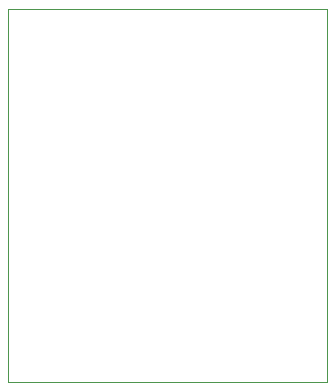
<source format=gbr>
%TF.GenerationSoftware,KiCad,Pcbnew,9.99.0-4961-ge71b061082*%
%TF.CreationDate,2026-01-22T07:13:39+05:30*%
%TF.ProjectId,TOY,544f592e-6b69-4636-9164-5f7063625858,rev?*%
%TF.SameCoordinates,Original*%
%TF.FileFunction,Profile,NP*%
%FSLAX46Y46*%
G04 Gerber Fmt 4.6, Leading zero omitted, Abs format (unit mm)*
G04 Created by KiCad (PCBNEW 9.99.0-4961-ge71b061082) date 2026-01-22 07:13:39*
%MOMM*%
%LPD*%
G01*
G04 APERTURE LIST*
%TA.AperFunction,Profile*%
%ADD10C,0.050000*%
%TD*%
G04 APERTURE END LIST*
D10*
X138500000Y-85420000D02*
X165500000Y-85420000D01*
X165500000Y-117000000D01*
X138500000Y-117000000D01*
X138500000Y-85420000D01*
M02*

</source>
